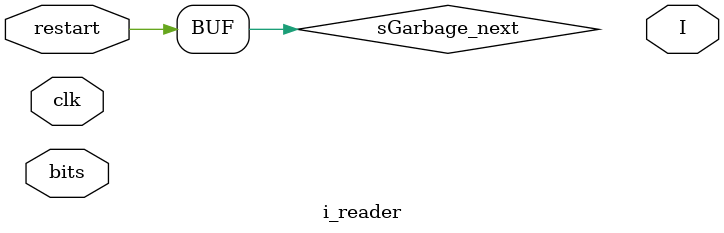
<source format=v>
module dffe(q, d, clk, enable, reset);
    output q;
    reg    q;
    input  d;
    input  clk, enable, reset;
 
    always@(reset)
      if (reset == 1'b1)
        q <= 0;
 
    always@(posedge clk)
      if ((reset == 1'b0) && (enable == 1'b1))
        q <= d;
endmodule // dffe


module i_reader(I, bits, clk, restart);
    output      I;
    input [1:0] bits;
    input       restart, clk;
    wire        sGarbage, sGarbage_next;
    
    assign sGarbage_next = restart;   // | other condition ... 
        
    dffe fsGarbage(sGarbage, sGarbage_next, clk, 1'b1, 1'b0);
    
endmodule // i_reader

</source>
